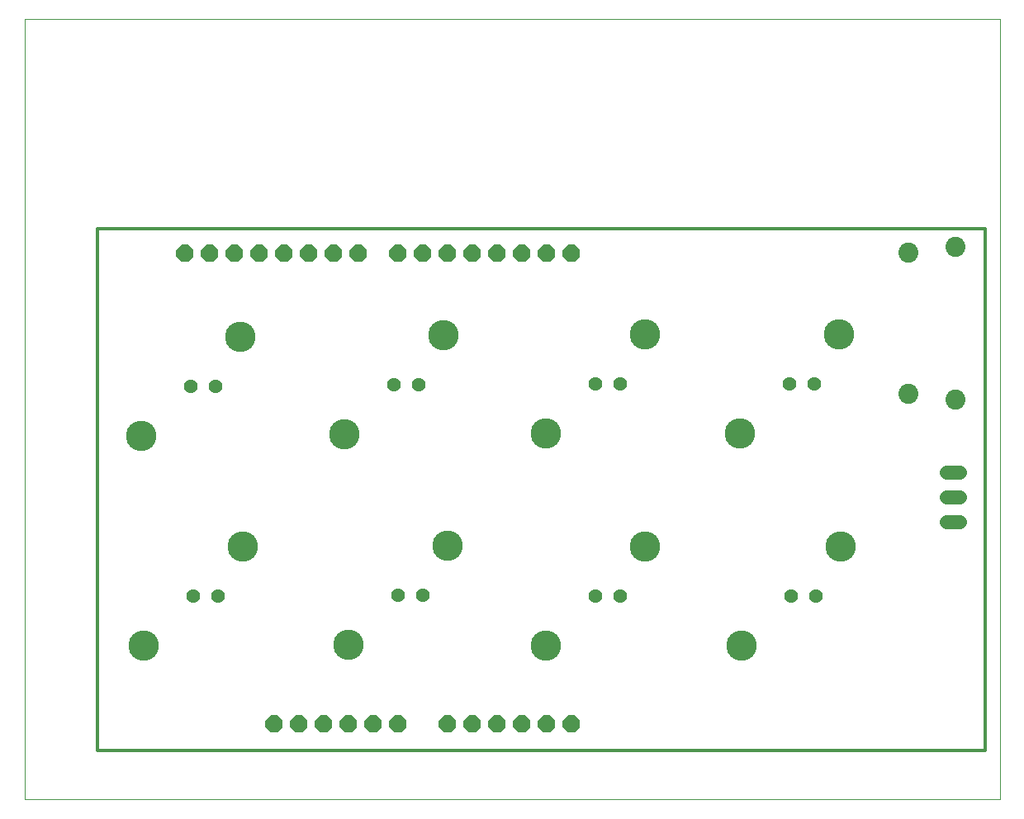
<source format=gbs>
G75*
%MOIN*%
%OFA0B0*%
%FSLAX24Y24*%
%IPPOS*%
%LPD*%
%AMOC8*
5,1,8,0,0,1.08239X$1,22.5*
%
%ADD10C,0.0000*%
%ADD11C,0.0120*%
%ADD12C,0.0566*%
%ADD13C,0.1227*%
%ADD14C,0.0808*%
%ADD15OC8,0.0700*%
%ADD16C,0.0580*%
D10*
X005620Y000100D02*
X005620Y031596D01*
X044990Y031596D01*
X044990Y000100D01*
X005620Y000100D01*
D11*
X008572Y002069D02*
X008572Y023131D01*
X044399Y023131D01*
X044399Y002069D01*
X008572Y002069D01*
D12*
X012424Y008320D03*
X013424Y008320D03*
X020711Y008342D03*
X021711Y008342D03*
X028661Y008321D03*
X029661Y008321D03*
X036566Y008324D03*
X037566Y008324D03*
X037515Y016883D03*
X036515Y016883D03*
X029659Y016883D03*
X028659Y016883D03*
X021534Y016840D03*
X020534Y016840D03*
X013327Y016794D03*
X012327Y016794D03*
D13*
X010327Y014794D03*
X014327Y018794D03*
X018534Y014840D03*
X022534Y018840D03*
X026659Y014883D03*
X030659Y018883D03*
X034515Y014883D03*
X038515Y018883D03*
X038566Y010324D03*
X034566Y006324D03*
X030661Y010321D03*
X026661Y006321D03*
X022711Y010342D03*
X018711Y006342D03*
X014424Y010320D03*
X010424Y006320D03*
D14*
X041289Y016478D03*
X043218Y016242D03*
X041289Y022187D03*
X043218Y022423D03*
D15*
X027700Y022137D03*
X026700Y022137D03*
X025700Y022137D03*
X024700Y022137D03*
X023700Y022137D03*
X022700Y022137D03*
X021700Y022137D03*
X020700Y022137D03*
X019100Y022137D03*
X018100Y022137D03*
X017100Y022137D03*
X016100Y022137D03*
X015100Y022137D03*
X014100Y022137D03*
X013100Y022137D03*
X012100Y022137D03*
X015700Y003137D03*
X016700Y003137D03*
X017700Y003137D03*
X018700Y003137D03*
X019700Y003137D03*
X020700Y003137D03*
X022700Y003137D03*
X023700Y003137D03*
X024700Y003137D03*
X025700Y003137D03*
X026700Y003137D03*
X027700Y003137D03*
D16*
X042831Y011313D02*
X043371Y011313D01*
X043371Y012313D02*
X042831Y012313D01*
X042831Y013313D02*
X043371Y013313D01*
M02*

</source>
